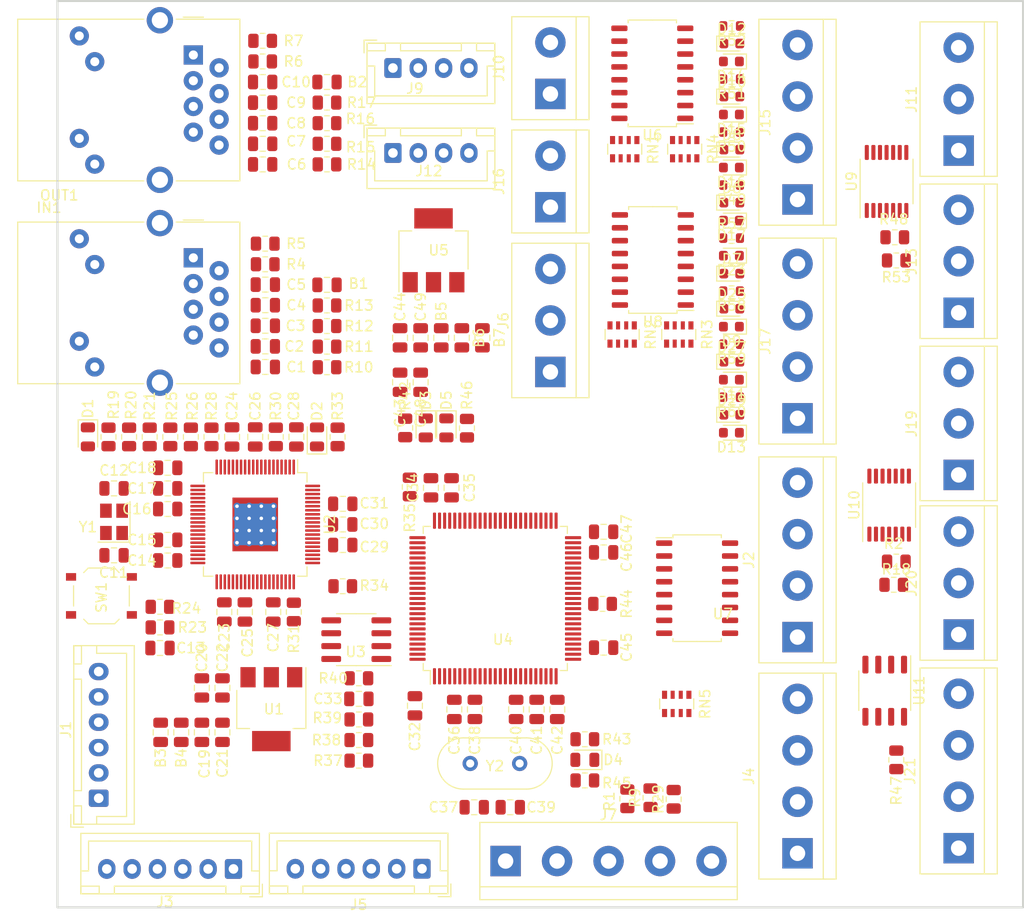
<source format=kicad_pcb>
(kicad_pcb (version 20221018) (generator pcbnew)
  (layers (0 "F.Cu" signal) (1 "In1.Cu" power "GND.Cu") (2 "In2.Cu" power "Power.Cu") (31 "B.Cu" signal) (34 "B.Paste" user) (35 "F.Paste" user) (36 "B.SilkS" user "B.Silkscreen") (37 "F.SilkS" user "F.Silkscreen") (38 "B.Mask" user) (39 "F.Mask" user) (44 "Edge.Cuts" user))
  (net 0 "")
  (net 1 "+1V2")
  (net 2 "+3.3V")
  (net 3 "+3.3VA")
  (net 4 "DAC1")
  (net 5 "Net-(D1-K)")
  (net 6 "GND")
  (net 7 "XSCI")
  (net 8 "SPI_SCK")
  (net 9 "SPI_CS")
  (net 10 "SPI_MISO")
  (net 11 "SPI_MOSI")
  (net 12 "I2C_SDA")
  (net 13 "I2C_SCL")
  (net 14 "Net-(U4-VCAP_2)")
  (net 15 "+5V")
  (net 16 "Net-(IN1-Pad9)")
  (net 17 "Net-(OUT1-Pad9)")
  (net 18 "P0_TXOP")
  (net 19 "SWCLK")
  (net 20 "SWDIO")
  (net 21 "RX")
  (net 22 "TX")
  (net 23 "/STM32F4/BOOT1")
  (net 24 "Net-(D17-A)")
  (net 25 "Net-(D17-K)")
  (net 26 "Net-(D23-A)")
  (net 27 "Net-(D23-K)")
  (net 28 "Net-(D16-A)")
  (net 29 "Net-(IN1-RCT)")
  (net 30 "Net-(OUT1-RCT)")
  (net 37 "Net-(D2-A)")
  (net 38 "Net-(D3-A)")
  (net 39 "SYNC0")
  (net 40 "SYNC1")
  (net 41 "P1_TXOP")
  (net 42 "STEP1_DIR")
  (net 43 "STEP1_STEP")
  (net 44 "STEP2_DIR")
  (net 45 "STEP2_STEP")
  (net 46 "IO1")
  (net 47 "IO2")
  (net 48 "IO3")
  (net 49 "IO4")
  (net 50 "IO5")
  (net 51 "IO6")
  (net 52 "IO7")
  (net 53 "IO8")
  (net 54 "IO9")
  (net 55 "IO10")
  (net 56 "IO11")
  (net 57 "IO12")
  (net 58 "P0_TXON")
  (net 59 "P1_TXON")
  (net 60 "P0_RXIP")
  (net 61 "P1_RXIP")
  (net 62 "P0_RXIN")
  (net 63 "P1_RXIN")
  (net 64 "RESET_MCU")
  (net 65 "EEP_DONE")
  (net 66 "Net-(D4-A)")
  (net 67 "Net-(D5-A)")
  (net 68 "Net-(U4-PH0)")
  (net 69 "Net-(U4-PH1)")
  (net 70 "Net-(U4-VCAP_1)")
  (net 71 "Net-(U2-P0_SD)")
  (net 72 "Net-(U2-RESET_BG)")
  (net 73 "Net-(U2-P1_SD)")
  (net 74 "XSCO")
  (net 75 "Net-(U2-SPI_MISO)")
  (net 76 "RSTO")
  (net 77 "P0_ACT")
  (net 78 "P1_ACT")
  (net 79 "PDI_EMU")
  (net 80 "LED_RUN")
  (net 81 "LED_ERR")
  (net 82 "SINT")
  (net 83 "Net-(U2-TEST)")
  (net 84 "Net-(U3-WP)")
  (net 85 "Net-(U2-I2C_SCL)")
  (net 86 "Net-(U4-BOOT0)")
  (net 103 "A1V2")
  (net 115 "SCS_FUNC")
  (net 116 "RST_MCU")
  (net 124 "Net-(D16-K)")
  (net 125 "Net-(D25-A)")
  (net 130 "Net-(D25-K)")
  (net 140 "Net-(D10-K)")
  (net 158 "Net-(D10-A)")
  (net 159 "Net-(D11-K)")
  (net 160 "Net-(D11-A)")
  (net 161 "Net-(D12-K)")
  (net 162 "Net-(D12-A)")
  (net 163 "Net-(D13-K)")
  (net 164 "Net-(D13-A)")
  (net 165 "Net-(J2-Pin_1)")
  (net 166 "Net-(J2-Pin_2)")
  (net 167 "Net-(J2-Pin_3)")
  (net 168 "Net-(J2-Pin_4)")
  (net 169 "Net-(J4-Pin_1)")
  (net 170 "Net-(J4-Pin_2)")
  (net 171 "Net-(J4-Pin_3)")
  (net 172 "Net-(J4-Pin_4)")
  (net 173 "ENC_A")
  (net 174 "ENC_B")
  (net 175 "ENC_Z")
  (net 176 "STEP1_DIR_OUT")
  (net 177 "STEP1_STEP_OUT")
  (net 178 "STEP2_DIR_OUT")
  (net 179 "STEP2_STEP_OUT")
  (net 180 "-24V_FIELD")
  (net 181 "+24V_FIELD")
  (net 182 "STEP3_DIR_OUT")
  (net 183 "STEP3_STEP_OUT")
  (net 184 "STEP4_DIR_OUT")
  (net 185 "STEP4_STEP_OUT")
  (net 186 "Net-(J21-Pin_2)")
  (net 187 "Net-(J21-Pin_3)")
  (net 188 "STEP3_STEP")
  (net 189 "Net-(R49-Pad2)")
  (net 190 "Net-(R50-Pad2)")
  (net 191 "Net-(R51-Pad2)")
  (net 192 "Net-(R52-Pad2)")
  (net 193 "Net-(R57-Pad2)")
  (net 194 "Net-(R58-Pad2)")
  (net 195 "Net-(R59-Pad2)")
  (net 196 "Net-(R60-Pad2)")
  (net 197 "Net-(RN3-R1.1)")
  (net 198 "Net-(RN3-R2.1)")
  (net 199 "Net-(RN3-R3.1)")
  (net 200 "Net-(RN3-R4.1)")
  (net 201 "Net-(RN4-R1.1)")
  (net 202 "Net-(RN4-R2.1)")
  (net 203 "Net-(RN4-R3.1)")
  (net 204 "Net-(RN4-R4.1)")
  (net 205 "Net-(RN5-R1.1)")
  (net 206 "Net-(RN5-R2.1)")
  (net 207 "Net-(RN5-R3.1)")
  (net 208 "Net-(RN5-R4.1)")
  (net 209 "STEP3_DIR")
  (net 210 "THCAD_CTR")
  (net 223 "STEP4_DIR")
  (net 224 "STEP4_STEP")
  (footprint "TerminalBlock:TerminalBlock_bornier-3_P5.08mm" (layer "F.Cu") (at 122.936 39.624 90)
    (fp_text reference "J11")
    (fp_text value "Step1")
  )
  (footprint "Resistor_SMD:R_0603_1608Metric" (layer "F.Cu") (at 100.5325 53.49522 180)
    (fp_text reference "R58")
    (fp_text value "1k")
  )
  (footprint "HakansLibrary:LQFP-80-1EP_10x10mm_P0.4mm_EP5.3x4.5mm_ThermalVias" (layer "F.Cu") (at 53.528 76.515 -90)
    (fp_text reference "U2")
    (fp_text value "AX58100")
  )
  (footprint "Capacitor_SMD:C_0805_2012Metric" (layer "F.Cu") (at 75.946 58.1 -90)
    (fp_text reference "B7")
    (fp_text value "BLM18EG221SN1D")
  )
  (footprint "Resistor_SMD:R_0805_2012Metric" (layer "F.Cu") (at 116.531 82.47 180)
    (fp_text reference "R18")
    (fp_text value "4.7k")
  )
  (footprint "Resistor_SMD:R_0603_1608Metric" (layer "F.Cu") (at 100.5325 43.029484 180)
    (fp_text reference "R49")
    (fp_text value "1k")
  )
  (footprint "Package_QFP:LQFP-100_14x14mm_P0.5mm" (layer "F.Cu") (at 77.216 83.82 90)
    (fp_text reference "U4")
    (fp_text value "STM32F407VGT6")
  )
  (footprint "Package_SO:SOIC-8_3.9x4.9mm_P1.27mm" (layer "F.Cu") (at 63.5 87.884 180)
    (fp_text reference "U3")
    (fp_text value "24LC32A")
  )
  (footprint "Resistor_SMD:R_0603_1608Metric" (layer "F.Cu") (at 100.5325 58.728088 180)
    (fp_text reference "R59")
    (fp_text value "1k")
  )
  (footprint "Resistor_SMD:R_0805_2012Metric" (layer "F.Cu") (at 55.56 67.879 -90)
    (fp_text reference "R30")
    (fp_text value "22")
  )
  (footprint "Capacitor_SMD:C_0805_2012Metric" (layer "F.Cu") (at 54.5238 56.9136 180)
    (fp_text reference "C3")
    (fp_text value "10pF")
  )
  (footprint "Connector_JST:JST_XH_B6B-XH-A_1x06_P2.50mm_Vertical" (layer "F.Cu") (at 38.083 103.532 90)
    (fp_text reference "J1")
    (fp_text value "Out_opt")
  )
  (footprint "Connector_JST:JST_XH_B6B-XH-A_1x06_P2.50mm_Vertical" (layer "F.Cu") (at 51.382 110.507 180)
    (fp_text reference "J3")
    (fp_text value "In_opt1")
  )
  (footprint "Resistor_SMD:R_0805_2012Metric" (layer "F.Cu") (at 94.8185 103.632 -90)
    (fp_text reference "R29")
    (fp_text value "1k")
  )
  (footprint "Resistor_SMD:R_0603_1608Metric" (layer "F.Cu") (at 100.5325 63.960956 180)
    (fp_text reference "R60")
    (fp_text value "1k")
  )
  (footprint "Resistor_SMD:R_0805_2012Metric" (layer "F.Cu") (at 87.8005 84.354 180)
    (fp_text reference "R44")
    (fp_text value "22")
  )
  (footprint "Capacitor_SMD:C_0805_2012Metric" (layer "F.Cu") (at 73.172 94.768 -90)
    (fp_text reference "C36")
    (fp_text value "0.1uF")
  )
  (footprint "Crystal:Crystal_HC49-U_Vertical" (layer "F.Cu") (at 79.62 100.102 180)
    (fp_text reference "Y2")
    (fp_text value "8 MHz")
  )
  (footprint "Resistor_SMD:R_0805_2012Metric" (layer "F.Cu") (at 63.754 99.822 180)
    (fp_text reference "R37")
    (fp_text value "4.7k")
  )
  (footprint "LED_SMD:LED_0805_2012Metric" (layer "F.Cu") (at 37.018 67.879 -90)
    (fp_text reference "D1")
    (fp_text value "Green led")
  )
  (footprint "Capacitor_SMD:C_0805_2012Metric" (layer "F.Cu") (at 54.5238 58.9456 180)
    (fp_text reference "C2")
    (fp_text value "10pF")
  )
  (footprint "Capacitor_SMD:C_0805_2012Metric" (layer "F.Cu") (at 70.866 72.898 90)
    (fp_text reference "C34")
    (fp_text value "0.1uF")
  )
  (footprint "Resistor_SMD:R_0805_2012Metric" (layer "F.Cu") (at 54.26 30.8278)
    (fp_text reference "R6")
    (fp_text value "510")
  )
  (footprint "TerminalBlock:TerminalBlock_bornier-3_P5.08mm" (layer "F.Cu") (at 82.654 61.468 90)
    (fp_text reference "J6")
    (fp_text value "DAC")
  )
  (footprint "Resistor_SMD:R_0805_2012Metric" (layer "F.Cu") (at 47.178 67.879 90)
    (fp_text reference "R26")
    (fp_text value "4.7k")
  )
  (footprint "Capacitor_SMD:C_0805_2012Metric" (layer "F.Cu") (at 69.287 94.408 -90)
    (fp_text reference "C32")
    (fp_text value "0.1uF")
  )
  (footprint "LED_SMD:LED_0603_1608Metric" (layer "F.Cu") (at 100.5125 67.46288 180)
    (fp_text reference "D13")
    (fp_text value "Red led")
  )
  (footprint "Capacitor_SMD:C_0805_2012Metric" (layer "F.Cu") (at 54.26 36.9238 180)
    (fp_text reference "C8")
    (fp_text value "10pF")
  )
  (footprint "Capacitor_SMD:C_0805_2012Metric" (layer "F.Cu") (at 69.85 62.484 90)
    (fp_text reference "C48")
    (fp_text value "10uF")
  )
  (footprint "LED_SMD:LED_0603_1608Metric" (layer "F.Cu") (at 100.5525 65.691912)
    (fp_text reference "D29")
    (fp_text value "Yellow led")
  )
  (footprint "Resistor_SMD:R_0805_2012Metric" (layer "F.Cu") (at 41.082 67.879 -90)
    (fp_text reference "R20")
    (fp_text value "510")
  )
  (footprint "Capacitor_SMD:C_0805_2012Metric" (layer "F.Cu") (at 87.904 77.242)
    (fp_text reference "C47")
    (fp_text value "0.1uF")
  )
  (footprint "LED_SMD:LED_0603_1608Metric" (layer "F.Cu") (at 100.5525 60.459044)
    (fp_text reference "D27")
    (fp_text value "Yellow led")
  )
  (footprint "Capacitor_SMD:C_0805_2012Metric" (layer "F.Cu") (at 87.904 88.672)
    (fp_text reference "C45")
    (fp_text value "0.1uF")
  )
  (footprint "Resistor_SMD:R_0603_1608Metric" (layer "F.Cu") (at 100.5325 37.796616 180)
    (fp_text reference "R50")
    (fp_text value "1k")
  )
  (footprint "Capacitor_SMD:C_0805_2012Metric" (layer "F.Cu") (at 54.26 38.9558 180)
    (fp_text reference "C7")
    (fp_text value "10pF")
  )
  (footprint "LED_SMD:LED_0603_1608Metric" (layer "F.Cu") (at 100.5525 51.764264)
    (fp_text reference "D7")
    (fp_text value "Red led")
  )
  (footprint "Capacitor_SMD:C_0805_2012Metric" (layer "F.Cu") (at 55.306 85.151 -90)
    (fp_text reference "C27")
    (fp_text value "0.1uF")
  )
  (footprint "Capacitor_SMD:C_0805_2012Metric" (layer "F.Cu") (at 87.904 79.274 180)
    (fp_text reference "C46")
    (fp_text value "2.2uF")
  )
  (footprint "LED_SMD:LED_0805_2012Metric" (layer "F.Cu") (at 72.39 66.99 -90)
    (fp_text reference "D5")
    (fp_text value "Blue led")
  )
  (footprint "LED_SMD:LED_0603_1608Metric" (layer "F.Cu") (at 100.5525 44.76044)
    (fp_text reference "D6")
    (fp_text value "Yellow led")
  )
  (footprint "LED_SMD:LED_0603_1608Metric" (layer "F.Cu") (at 100.5525 39.527572)
    (fp_text reference "D8")
    (fp_text value "Yellow led")
  )
  (footprint "Resistor_SMD:R_0805_2012Metric" (layer "F.Cu") (at 54.514 48.811)
    (fp_text reference "R5")
    (fp_text value "510")
  )
  (footprint "Capacitor_SMD:C_0805_2012Metric" (layer "F.Cu") (at 81.3 94.768 -90)
    (fp_text reference "C41")
    (fp_text value "0.1uF")
  )
  (footprint "LED_SMD:LED_0603_1608Metric" (layer "F.Cu") (at 100.5125 62.23 180)
    (fp_text reference "D11")
    (fp_text value "Red led")
  )
  (footprint "Resistor_SMD:R_0805_2012Metric" (layer "F.Cu") (at 60.61 36.9238)
    (fp_text reference "R16")
    (fp_text value "49.9")
  )
  (footprint "Resistor_SMD:R_0805_2012Metric" (layer "F.Cu") (at 62.164 82.611 180)
    (fp_text reference "R34")
    (fp_text value "4.7k")
  )
  (footprint "Capacitor_SMD:C_0805_2012Metric" (layer "F.Cu") (at 54.5238 52.8496 180)
    (fp_text reference "C5")
    (fp_text value "0.1uF")
  )
  (footprint "Resistor_SMD:R_0603_1608Metric" (layer "F.Cu") (at 100.5325 27.33088 180)
    (fp_text reference "R52")
    (fp_text value "1k")
  )
  (footprint "Capacitor_SMD:C_0805_2012Metric" (layer "F.Cu") (at 39.596 72.959)
    (fp_text reference "C12")
    (fp_text value "18pF")
  )
  (footprint "Crystal:Crystal_SMD_SeikoEpson_TSX3225-4Pin_3.2x2.5mm" (layer "F.Cu") (at 39.596 76.261 90)
    (fp_text reference "Y1")
    (fp_text value "NXK25.000AE12F-KAB6-12")
  )
  (footprint "Resistor_SMD:R_0805_2012Metric" (layer "F.Cu") (at 44.13 86.675)
    (fp_text reference "R23")
    (fp_text value "4.7k")
  )
  (footprint "Resistor_SMD:R_0603_1608Metric" (layer "F.Cu") (at 100.5325 32.563748 180)
    (fp_text reference "R51")
    (fp_text value "1k")
  )
  (footprint "Resistor_SMD:R_0805_2012Metric" (layer "F.Cu") (at 68.779 72.818 90)
    (fp_text reference "R35")
    (fp_text value "510")
  )
  (footprint "TerminalBlock:TerminalBlock_bornier-3_P5.08mm" (layer "F.Cu") (at 122.936 71.628 90)
    (fp_text reference "J19")
    (fp_text value "Step3")
  )
  (footprint "Package_SO:SO-8_3.9x4.9mm_P1.27mm" (layer "F.Cu") (at 115.642 92.919 -90)
    (fp_text reference "U11")
    (fp_text value "MAX3485CSA/ESA")
  )
  (footprint "Resistor_SMD:R_0805_2012Metric" (layer "F.Cu") (at 74.422 67.015 90)
    (fp_text reference "R46")
    (fp_text value "1k")
  )
  (footprint "Connector_JST:JST_XH_B6B-XH-A_1x06_P2.50mm_Vertical" (layer "F.Cu") (at 69.984 110.49 180)
    (fp_text reference "J5")
    (fp_text value "In_opt2")
  )
  (footprint "Capacitor_SMD:C_0805_2012Metric" (layer "F.Cu") (at 72.898 72.898 -90)
    (fp_text reference "C35")
    (fp_text value "2.2uF")
  )
  (footprint "TerminalBlock:TerminalBlock_bornier-4_P5.08mm" (layer "F.Cu") (at 107.038 108.966 90)
    (fp_text reference "J4")
    (fp_text value "Output3-4")
  )
  (footprint "Capacitor_SMD:C_0805_2012Metric" (layer "F.Cu") (at 51.242 67.879 90)
    (fp_text reference "C24")
    (fp_text value "0.1uF")
  )
  (footprint "Capacitor_SMD:C_0805_2012Metric" (layer "F.Cu") (at 54.5238 60.9776 180)
    (fp_text reference "C1")
    (fp_text value "10pF")
  )
  (footprint "Capacitor_SMD:C_0805_2012Metric" (layer "F.Cu") (at 57.592 67.879 90)
    (fp_text reference "C28")
    (fp_text value "0.1uF")
  )
  (footprint "Resistor_SMD:R_0805_2012Metric" (layer "F.Cu") (at 43.114 67.879 90)
    (fp_text reference "R21")
    (fp_text value "4.7k")
  )
  (footprint "TerminalBlock:TerminalBlock_bornier-2_P5.08mm" (layer "F.Cu") (at 82.654 34.036 90)
    (fp_text reference "J10")
    (fp_text value "5V Power IN")
  )
  (footprint "Capacitor_SMD:C_0805_2012Metric" (layer "F.Cu") (at 79.268 94.768 -90)
    (fp_text reference "C40")
    (fp_text value "0.1uF")
  )
  (footprint "LED_SMD:LED_0603_1608Metric" (layer "F.Cu") (at 100.5125 36.06566 180)
    (fp_text reference "D15")
    (fp_text value "Red led")
  )
  (footprint "HakansLibrary:PulseJack JB0011D01BNL" (layer "F.Cu") (at 47.422 50.208 90)
    (fp_text reference "IN1")
    (fp_text value "J0011D01BNL")
  )
  (footprint "Connector_JST:JST_XH_B4B-XH-A_1x04_P2.50mm_Vertical" (layer "F.Cu") (at 67.116 31.479)
    (fp_text reference "J9")
    (fp_text value "STLINK")
  )
  (footprint "Package_SO:TSSOP-14_4.4x5mm_P0.65mm" (layer "F.Cu") (at 115.824 42.672 90)
    (fp_text reference "U9")
    (fp_text value "TXB0104PW")
  )
  (footprint "Capacitor_SMD:C_0805_2012Metric" (layer "F.Cu") (at 52.512 85.151 -90)
    (fp_text reference "C25")
    (fp_text value "0.1uF")
  )
  (footprint "Capacitor_SMD:C_0805_2012Metric" (layer "F.Cu") (at 78.694 104.42)
    (fp_text reference "C39")
    (fp_text value "22pF")
  )
  (footprint "Capacitor_SMD:C_0805_2012Metric" (layer "F.Cu") (at 46.228 97.028 90)
    (fp_text reference "B4")
    (fp_text value "BLM18EG221SN1D")
  )
  (footprint "Capacitor_SMD:C_0805_2012Metric" (layer "F.Cu") (at 60.61 32.8598 180)
    (fp_text reference "B2")
    (fp_text value "BLM18EG221S")
  )
  (footprint "Resistor_SMD:R_0805_2012Metric" (layer "F.Cu") (at 63.754 95.758 180)
    (fp_text reference "R39")
    (fp_text value "4.7k")
  )
  (footprint "Capacitor_SMD:C_0805_2012Metric" (layer "F.Cu") (at 75.138 104.42 180)
    (fp_text reference "C37")
    (fp_text value "22pF")
  )
  (footprint "Resistor_SMD:R_0805_2012Metric" (layer "F.Cu") (at 57.338 85.151 -90)
    (fp_text reference "R31")
    (fp_text value "22")
  )
  (footprint "Capacitor_SMD:C_0805_2012Metric" (layer "F.Cu") (at 44.892 70.927 180)
    (fp_text reference "C18")
    (fp_text value "0.1uF")
  )
  (footprint "LED_SMD:LED_0603_1608Metric" (layer "F.Cu") (at 100.5525 34.294704)
    (fp_text reference "D10")
    (fp_text value "Yellow led")
  )
  (footprint "TerminalBlock:TerminalBlock_bornier-2_P5.08mm" (layer "F.Cu") (at 82.654 45.212 90)
    (fp_text reference "J16")
    (fp_text value "24V Field")
  )
  (footprint "Capacitor_SMD:C_0805_2012Metric" (layer "F.Cu") (at 60.61 52.875 180)
    (fp_text reference "B1")
    (fp_text value "BLM18EG221S")
  )
  (footprint "TerminalBlock:TerminalBlock_bornier-4_P5.08mm" (layer "F.Cu") (at 107.038 44.45 90)
    (fp_text reference "J15")
    (fp_text value "In1-4")
  )
  (footprint "Resistor_SMD:R_0805_2012Metric" (layer "F.Cu") (at 60.61 40.9878)
    (fp_text reference "R14")
    (fp_text value "49.9")
  )
  (footprint "Capacitor_SMD:C_0805_2012Metric" (layer "F.Cu") (at 44.892 78.039 180)
    (fp_text reference "C15")
    (fp_text value "0.1uF")
  )
  (footprint "TerminalBlock:TerminalBlock_bornier-5_P5.08mm" (layer "F.Cu") (at 78.232 109.728)
    (fp_text reference "J7")
    (fp_text value "Encoder")
  )
  (footprint "Resistor_SMD:R_0805_2012Metric" (layer "F.Cu") (at 54.26 28.7958)
    (fp_text reference "R7")
    (fp_text value "510")
  )
  (footprint "Package_SO:TSSOP-14_4.4x5mm_P0.65mm" (layer "F.Cu") (at 116.078 74.6075 90)
    (fp_text reference "U10")
    (fp_text value "TXB0104PW")
  )
  (footprint "Capacitor_SMD:C_0805_2012Metric" (layer "F.Cu") (at 48.26 92.644 -90)
    (fp_text reference "C20")
    (fp_text value "0.1uF")
  )
  (footprint "Resistor_SMD:R_0805_2012Metric" (layer "F.Cu") (at 60.61 58.971)
    (fp_text reference "R11")
    (fp_text value "49.9")
  )
  (footprint "Capacitor_SMD:C_0805_2012Metric" (layer "F.Cu") (at 62.164 76.515)
    (fp_text reference "C30")
    (fp_text value "0.1uF")
  )
  (footprint "Capacitor_SMD:C_0805_2012Metric" (layer "F.Cu") (at 83.332 94.768 -90)
    (fp_text reference "C42")
    (fp_text value "0.1uF")
  )
  (footprint "Capacitor_SMD:C_0805_2012Metric" (layer "F.Cu") (at 39.596 79.563 180)
    (fp_text reference "C11")
    (fp_text value "18pF")
  )
  (footprint "Package_TO_SOT_SMD:SOT-223-3_TabPin2" (layer "F.Cu") (at 71.12 49.464 90)
    (fp_text reference "U5")
    (fp_text value "AMS1117-3.3")
  )
  (footprint "Capacitor_SMD:C_0805_2012Metric" (layer "F.Cu") (at 73.914 58.1 -90)
    (fp_text reference "B6")
    (fp_text value "BLM18EG221SN1D")
  )
  (footprint "Resistor_SMD:R_0805_2012Metric" (layer "F.Cu") (at 49.21 67.879 -90)
    (fp_text reference "R28")
    (fp_text value "4.7k")
  )
  (footprint "Capacitor_SMD:C_0805_2012Metric" (layer "F.Cu") (at 54.26 32.8598 180)
    (fp_text reference "C10")
    (fp_text value "0.1uF")
  )
  (footprint "Capacitor_SMD:C_0805_2012Metric" (layer "F.Cu") (at 62.164 78.547)
    (fp_text reference "C29")
    (fp_text value "0.1uF")
  )
  (footprint "TerminalBlock:TerminalBlock_bornier-3_P5.08mm" (layer "F.Cu") (at 122.936 55.626 90)
    (fp_text reference "J13")
    (fp_text value "Step2")
  )
  (footprint "Connector_JST:JST_XH_B4B-XH-A_1x04_P2.50mm_Vertical" (layer "F.Cu") (at 67.116 39.861)
    (fp_text reference "J12")
    (fp_text value "Serial usart1")
  )
  (footprint "Resistor_SMD:R_0805_2012Metric" (layer "F.Cu") (at 90.2465 103.585 -90)
    (fp_text reference "R1")
    (fp_text value "1k")
  )
  (footprint "Button_Switch_SMD:SW_Push_1P1T_XKB_TS-1187A" (layer "F.Cu") (at 38.354 83.566 180)
    (fp_text reference "SW1")
    (fp_text value "SW PB")
  )
  (footprint "Package_SO:SOIC-16_4.55x10.3mm_P1.27mm" (layer "F.Cu") (at 97.132 82.804)
    (fp_text reference "U7")
    (fp_text value "TLP291-4")
  )
  (footprint "Resistor_SMD:R_0805_2012Metric" (layer "F.Cu") (at 86.051 97.71 180)
    (fp_text reference "R43")
    (fp_text value "510")
  )
  (footprint "Capacitor_SMD:C_0805_2012Metric" (layer "F.Cu") (at 44.13 88.707 180)
    (fp_text reference "C13")
    (fp_text value "1uF")
  )
  (footprint "Capacitor_SMD:C_0805_2012Metric" (layer "F.Cu") (at 54.5238 54.8816)
    (fp_text reference "C4")
    (fp_text value "10pF")
  )
  (footprint "LED_SMD:LED_0805_2012Metric" (layer "F.Cu") (at 86.051 99.742 180)
    (fp_text reference "D4")
    (fp_text value "Red led")
  )
  (footprint "Capacitor_SMD:C_0805_2012Metric" (layer "F.Cu") (at 67.818 62.484 90)
    (fp_text reference "C43")
    (fp_text value "0.1uF")
  )
  (footprint "TerminalBlock:TerminalBlock_bornier-3_P5.08mm" (layer "F.Cu") (at 122.936 87.376 90)
    (fp_text reference "J20")
    (fp_text value "Step4")
  )
  (footprint "TerminalBlock:TerminalBlock_bornier-4_P5.08mm" (layer "F.Cu") (at 107.038 87.63 90)
    (fp_text reference "J2")
    (fp_text value "Output1-2")
  )
  (footprint "Resistor_SMD:R_0805_2012Metric" (layer "F.Cu") (at 63.754 97.79 180)
    (fp_text reference "R38")
    (fp_text value "4.7k")
  )
  (footprint "LED_SMD:LED_0603_1608Metric" (layer "F.Cu") (at 100.5525 29.061836)
    (fp_text reference "D12")
    (fp_text value "Yellow led")
  )
  (footprint "Capacitor_SMD:C_0805_2012Metric" (layer "F.Cu") (at 69.85 58.1 -90)
    (fp_text reference "C49")
    (fp_text value "0.1uF")
  )
  (footprint "Capacitor_SMD:C_0805_2012Metric" (layer "F.Cu") (at 44.892 80.071 180)
    (fp_text reference "C14")
    (fp_text value "0.1uF")
  )
  (footprint "LED_SMD:LED_0603_1608Metric" (layer "F.Cu") (at 100.5125 46.531396 180)
    (fp_text reference "D17")
    (fp_text value "Red led")
  )
  (footprint "Capacitor_SMD:C_0805_2012Metric" (layer "F.Cu") (at 62.164 74.483)
    (fp_text reference "C31")
    (fp_text value "0.1uF")
  )
  (footprint "Capacitor_SMD:C_0805_2012Metric" (layer "F.Cu") (at 54.26 34.8918 180)
    (fp_text reference "C9")
    (fp_text value "10pF")
  )
  (footprint "LED_SMD:LED_0805_2012Metric" (layer "F.Cu") (at 59.624 67.879 90)
    (fp_text reference "D2")
    (fp_text value "Green led")
  )
  (footprint "Resistor_SMD:R_Array_Convex_4x0603" (layer "F.Cu") (at 89.732 57.774 -90)
    (fp_text reference "RN2")
    (fp_text value "40k")
  )
  (footprint "Capacitor_SMD:C_0805_2012Metric" (layer "F.Cu") (at 50.292 97.028 90)
    (fp_text reference "C21")
    (fp_text value "10uF")
  )
  (footprint "LED_SMD:LED_0603_1608Metric" (layer "F.Cu") (at 100.5125 41.298528 180)
    (fp_text reference "D16")
    (fp_text value "Red led")
  )
  (footprint "Package_SO:SOIC-16_4.55x10.3mm_P1.27mm" (layer "F.Cu") (at 92.71 32.004 180)
    (fp_text reference "U6")
    (fp_text value "TLP292-4")
  )
  (footprint "Resistor_SMD:R_Array_Convex_4x0603" (layer "F.Cu") (at 89.986 39.486 -90)
    (fp_text reference "RN1")
    (fp_text value "40k")
  )
  (footprint "LED_SMD:LED_0603_1608Metric" (layer "F.Cu") (at 100.5525 55.226176)
    (fp_text reference "D25")
    (fp_text value "Yellow led")
  )
  (footprint "TerminalBlock:TerminalBlock_bornier-4_P5.08mm" (layer "F.Cu") (at 122.936 108.458 90)
    (fp_text reference "J21")
    (fp_text value "THCAD")
  )
  (footprint "Resistor_SMD:R_0805_2012Metric" (layer "F.Cu") (at 86.051 101.774 180)
    (fp_text reference "R45")
    (fp_text value "22")
  )
  (footprint "Resistor_SMD:R_0805_2012Metric" (layer "F.Cu") (at 39.05 67.879 -90)
    (fp_text reference "R19")
    (fp_text value "4.7k")
  )
  (footprint "Capacitor_SMD:C_0805_2012Metric" (layer "F.Cu") (at 48.26 97.028 90)
    (fp_text reference "C19")
    (fp_text value "0.1uF")
  )
  (footprint "LED_SMD:LED_0805_2012Metric" (layer "F.Cu") (at 70.358 66.99 -90)
    (fp_text reference "D3")
    (fp_text value "Blue led")
  )
  (footprint "Resistor_SMD:R_0603_1608Metric" (layer "F.Cu") (at 100.5325 48.262352)
    (fp_text reference "R57")
    (fp_text value "1k")
  )
  (footprint "Package_TO_SOT_SMD:SOT-223-3_TabPin2" (layer "F.Cu") (at 55.118 94.742 -90)
    (fp_text reference "U1")
    (fp_text value "AMS1117-1.2")
  )
  (footprint "Capacitor_SMD:C_0805_2012Metric" (layer "F.Cu") (at 63.754 93.726)
    (fp_text reference "C33")
    (fp_text value "0.1uF")
  )
  (footprint "Package_SO:SOIC-16_4.55x10.3mm_P1.27mm" (layer "F.Cu") (at 92.762 50.419 180)
    (fp_text reference "U8")
    (fp_text value "TLP292-4")
  )
  (footprint "Resistor_SMD:R_0805_2012Metric" (layer "F.Cu") (at 60.61 38.9558)
    (fp_text reference "R15")
    (fp_text value "49.9")
  )
  (footprint "Resistor_SMD:R_0805_2012Metric" (layer "F.Cu") (at 60.61 61.003)
    (fp_text reference "R10")
    (fp_text value "49.9")
  )
  (footprint "Resistor_SMD:R_0805_2012Metric" (layer "F.Cu") (at 60.61 54.907)
    (fp_text reference "R13")
    (fp_text value "49.9")
  )
  (footprint "LED_SMD:LED_0603_1608Metric" (layer "F.Cu") (at 100.5125 56.997132 180)
    (fp_text reference "D9")
    (fp_text value "Red led")
  )
  (footprint "Capacitor_SMD:C_0805_2012Metric" (layer "F.Cu") (at 75.204 94.768 -90)
    (fp_text reference "C38")
    (fp_text value "0.1uF")
  )
  (footprint "Resistor_SMD:R_0805_2012Metric" (layer "F.Cu") (at 61.656 67.879 -90)
    (fp_text reference "R33")
    (fp_text value "4.7k")
  )
  (footprint "Resistor_SMD:R_0805_2012Metric" (layer "F.Cu") (at 63.754 91.694)
    (fp_text reference "R40")
    (fp_text value "22")
  )
  (footprint "Resistor_SMD:R_0805_2012Metric" (layer "F.Cu") (at 54.514 50.843)
    (fp_text reference "R4")
    (fp_text value "510")
  )
  (footprint "Resistor_SMD:R_Array_Convex_4x0603" (layer "F.Cu") (at 95.904 39.486 -90)
    (fp_text reference "RN4")
    (fp_text value "1k")
  )
  (footprint "Resistor_SMD:R_0805_2012Metric" (layer "F.Cu") (at 116.785 99.742 90)
    (fp_text reference "R47")
    (fp_text value "120")
  )
  (footprint "Capacitor_SMD:C_0805_2012Metric" (layer "F.Cu") (at 44.892 74.991 180)
    (fp_text reference "C16")
    (fp_text value "0.1uF")
  )
  (footprint "HakansLibrary:PulseJack JB0011D01BNL" (layer "F.Cu") (at 47.422 30.1928 90)
    (fp_text reference "OUT1")
    (fp_text value "J0011D01BNL")
  )
  (footprint "Resistor_SMD:R_Array_Convex_4x0603" (layer "F.Cu") (at 95.118 94.223 -90)
    (fp_text reference "RN5")
    (fp_text value "330")
  )
  (footprint "Capacitor_SMD:C_0805_2012Metric" (layer "F.Cu") (at 54.26 40.9878 180)
    (fp_text reference "C6")
    (fp_text value "10pF")
  )
  (footprint "Capacitor_SMD:C_0805_2012Metric" (layer "F.Cu") (at 67.818 58.1 -90)
    (fp_text reference "C44")
    (fp_text value "10uF")
  )
  (footprint "Resistor_SMD:R_0805_2012Metric" (layer "F.Cu") (at 44.13 84.643)
    (fp_text reference "R24")
    (fp_text value "4.7k")
  )
  (footprint "LED_SMD:LED_0603_1608Metric" (layer "F.Cu") (at 100.5125 49.993308 180)
    (fp_text reference "D23")
    (fp_text value "Yellow led")
  )
  (footprint "Capacitor_SMD:C_0805_2012Metric" (layer "F.Cu") (at 44.196 97.028 90)
    (fp_text reference "B3")
    (fp_text value "BLM18EG221SN1D")
  )
  (footprint "Resistor_SMD:R_0805_2012Metric" (layer "F.Cu") (at 45.146 67.879 90)
    (fp_text reference "R25")
    (fp_text value "12k 1%")
  )
  (footprint "Capacitor_SMD:C_0805_2012Metric" (layer "F.Cu") (at 71.882 58.1 -90)
    (fp_text reference "B5")
    (fp_text value "BLM18EG221SN1D")
  )
  (footprint "Capacitor_SMD:C_0805_2012Metric" (layer "F.Cu") (at 53.528 67.879 90)
    (fp_text reference "C26")
    (fp_text value "0.1uF")
  )
  (footprint "Resistor_SMD:R_0805_2012Metric" (layer "F.Cu") (at 116.785 50.466 180)
    (fp_text reference "R53")
    (fp_text value "4.7k")
  )
  (footprint "Resistor_SMD:R_0805_2012Metric" (layer "F.Cu") (at 92.5325 103.4815 -90)
    (fp_text reference "R9")
    (fp_text value "1k")
  )
  (footprint "Capacitor_SMD:C_0805_2012Metric" (layer "F.Cu") (at 50.292 92.644 -90)
    (fp_text reference "C22")
    (fp_text value "10uF")
  )
  (footprint "Resistor_SMD:R_0805_2012Metric" (layer "F.Cu") (at 68.326 66.99 90)
    (fp_text reference "R42")
    (fp_text value "1k")
  )
  (footprint "Capacitor_SMD:C_0805_2012Metric" (layer "F.Cu") (at 44.892 72.959 180)
    (fp_text reference "C17")
    (fp_text value "0.1uF")
  )
  (footprint "Resistor_SMD:R_0805_2012Metric" (layer "F.Cu") (at 60.61 56.939)
    (fp_text reference "R12")
    (fp_text value "49.9")
  )
  (footprint "Capacitor_SMD:C_0805_2012Metric" (layer "F.Cu") (at 50.48 85.151 -90)
    (fp_text reference "C23")
    (fp_text value "0.1uF")
  )
  (footprint "LED_SMD:LED_0603_1608Metric" (layer "F.Cu") (at 100.5125 30.832792 180)
    (fp_text reference "D14")
    (fp_text value "Red led")
  )
  (footprint "TerminalBlock:TerminalBlock_bornier-4_P5.08mm" (layer "F.Cu") (at 107.038 66.04 90)
    (fp_text reference "J17")
    (fp_text value "In5-8")
  )
  (footprint "Resistor_SMD:R_0805_2012Metric" (layer "F.Cu") (at 116.6345 48.18 180)
    (fp_text reference "R48")
    (fp_text value "4.7k")
  )
  (footprint "Resistor_SMD:R_0805_2012Metric" (layer "F.Cu") (at 60.61 34.8918)
    (fp_text reference "R17")
    (fp_text value "49.9")
  )
  (footprint "Resistor_SMD:R_Array_Convex_4x0603" (layer "F.Cu") (at 95.32 57.774 -90)
    (fp_text reference "RN3")
    (fp_text value "1k")
  )
  (footprint "Resistor_SMD:R_0805_2012Metric" (layer "F.Cu") (at 116.785 80.184 180)
    (fp_text reference "R2")
    (fp_text value "4.7k")
  )
  (gr_rect (start 34.0106 24.8666) (end 129.286 114.3) (stroke (width 0.2)) (fill none) (layer "Edge.Cuts"))
)
</source>
